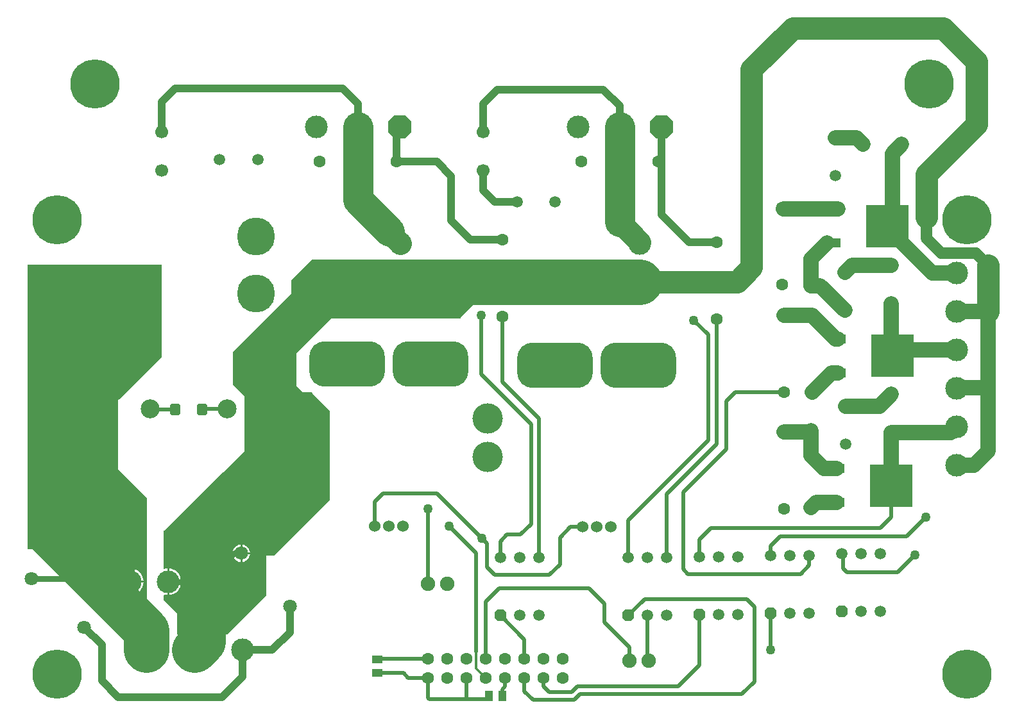
<source format=gbl>
%FSLAX24Y24*%
%MOIN*%
G70*
G01*
G75*
G04 Layer_Physical_Order=2*
G04 Layer_Color=16711680*
%ADD10R,0.0413X0.0551*%
%ADD11C,0.0591*%
%ADD12C,0.1969*%
%ADD13C,0.0394*%
%ADD14C,0.0197*%
%ADD15C,0.0118*%
%ADD16C,0.2362*%
%ADD17C,0.1575*%
%ADD18C,0.0787*%
%ADD19C,0.1181*%
%ADD20C,0.0100*%
%ADD21C,0.2559*%
%ADD22C,0.0591*%
%ADD23C,0.1181*%
%ADD24C,0.0748*%
%ADD25C,0.0630*%
%ADD26C,0.1575*%
%ADD27C,0.0669*%
G04:AMPARAMS|DCode=28|XSize=59.1mil|YSize=59.1mil|CornerRadius=0mil|HoleSize=0mil|Usage=FLASHONLY|Rotation=90.000|XOffset=0mil|YOffset=0mil|HoleType=Round|Shape=Octagon|*
%AMOCTAGOND28*
4,1,8,0.0148,0.0295,-0.0148,0.0295,-0.0295,0.0148,-0.0295,-0.0148,-0.0148,-0.0295,0.0148,-0.0295,0.0295,-0.0148,0.0295,0.0148,0.0148,0.0295,0.0*
%
%ADD28OCTAGOND28*%

G04:AMPARAMS|DCode=29|XSize=118.1mil|YSize=118.1mil|CornerRadius=0mil|HoleSize=0mil|Usage=FLASHONLY|Rotation=0.000|XOffset=0mil|YOffset=0mil|HoleType=Round|Shape=Octagon|*
%AMOCTAGOND29*
4,1,8,0.0591,-0.0295,0.0591,0.0295,0.0295,0.0591,-0.0295,0.0591,-0.0591,0.0295,-0.0591,-0.0295,-0.0295,-0.0591,0.0295,-0.0591,0.0591,-0.0295,0.0*
%
%ADD29OCTAGOND29*%

%ADD30C,0.0709*%
%ADD31C,0.1969*%
%ADD32C,0.0984*%
%ADD33C,0.0600*%
G04:AMPARAMS|DCode=34|XSize=393.7mil|YSize=236.2mil|CornerRadius=82.7mil|HoleSize=0mil|Usage=FLASHONLY|Rotation=0.000|XOffset=0mil|YOffset=0mil|HoleType=Round|Shape=RoundedRectangle|*
%AMROUNDEDRECTD34*
21,1,0.3937,0.0709,0,0,0.0*
21,1,0.2283,0.2362,0,0,0.0*
1,1,0.1654,0.1142,-0.0354*
1,1,0.1654,-0.1142,-0.0354*
1,1,0.1654,-0.1142,0.0354*
1,1,0.1654,0.1142,0.0354*
%
%ADD34ROUNDEDRECTD34*%
%ADD35C,0.0500*%
%ADD36R,0.0551X0.0413*%
G04:AMPARAMS|DCode=37|XSize=55mil|YSize=60mil|CornerRadius=13.8mil|HoleSize=0mil|Usage=FLASHONLY|Rotation=180.000|XOffset=0mil|YOffset=0mil|HoleType=Round|Shape=RoundedRectangle|*
%AMROUNDEDRECTD37*
21,1,0.0550,0.0325,0,0,180.0*
21,1,0.0275,0.0600,0,0,180.0*
1,1,0.0275,-0.0138,0.0163*
1,1,0.0275,0.0138,0.0163*
1,1,0.0275,0.0138,-0.0163*
1,1,0.0275,-0.0138,-0.0163*
%
%ADD37ROUNDEDRECTD37*%
%ADD38R,0.0787X0.0472*%
%ADD39R,0.2205X0.2205*%
%ADD40C,0.0295*%
G36*
X35400Y29050D02*
X34750Y28400D01*
Y28350D01*
X27950D01*
X27900Y28300D01*
X26200Y26600D01*
Y24850D01*
X26300Y24750D01*
X26550Y24500D01*
X27000D01*
X27050Y24450D01*
X27950Y23550D01*
Y18900D01*
X25050Y16000D01*
X24650D01*
Y13950D01*
X24100Y13400D01*
X22600Y11900D01*
X20000D01*
Y13000D01*
X19300Y13700D01*
Y13957D01*
X19340Y13987D01*
X19399Y13969D01*
X19484Y13961D01*
Y14650D01*
Y15339D01*
X19399Y15331D01*
X19340Y15313D01*
X19300Y15343D01*
Y17300D01*
X19350D01*
X22400Y20350D01*
X23500Y21450D01*
Y22500D01*
Y24300D01*
X22900Y24900D01*
Y25150D01*
Y26600D01*
X23050Y26750D01*
X25950Y29650D01*
Y29750D01*
Y30350D01*
X26000Y30400D01*
X27000Y31400D01*
X35400D01*
Y29050D01*
D02*
G37*
G36*
X12300Y31150D02*
X19200D01*
Y26350D01*
X17000Y24150D01*
X16950Y24100D01*
Y22500D01*
Y20500D01*
X18450Y19000D01*
Y13800D01*
Y13500D01*
X16900Y11950D01*
X12500Y16350D01*
X12250D01*
Y31135D01*
X12296Y31154D01*
X12300Y31150D01*
D02*
G37*
%LPC*%
G36*
X15037Y19450D02*
X14635D01*
X14644Y19381D01*
X14690Y19271D01*
X14763Y19176D01*
X14857Y19103D01*
X14968Y19057D01*
X15037Y19048D01*
Y19450D01*
D02*
G37*
G36*
X15538D02*
X15137D01*
Y19048D01*
X15205Y19057D01*
X15316Y19103D01*
X15411Y19176D01*
X15483Y19271D01*
X15529Y19381D01*
X15538Y19450D01*
D02*
G37*
G36*
X23286Y16580D02*
X23217Y16571D01*
X23107Y16525D01*
X23012Y16452D01*
X22939Y16357D01*
X22893Y16247D01*
X22884Y16178D01*
X23286D01*
Y16580D01*
D02*
G37*
G36*
X23386D02*
Y16178D01*
X23787D01*
X23778Y16247D01*
X23733Y16357D01*
X23660Y16452D01*
X23565Y16525D01*
X23454Y16571D01*
X23386Y16580D01*
D02*
G37*
G36*
X15037Y19952D02*
X14968Y19943D01*
X14857Y19897D01*
X14763Y19824D01*
X14690Y19729D01*
X14644Y19619D01*
X14635Y19550D01*
X15037D01*
Y19952D01*
D02*
G37*
G36*
X15137D02*
Y19550D01*
X15538D01*
X15529Y19619D01*
X15483Y19729D01*
X15411Y19824D01*
X15316Y19897D01*
X15205Y19943D01*
X15137Y19952D01*
D02*
G37*
G36*
X25863Y19450D02*
X25462D01*
X25471Y19381D01*
X25517Y19271D01*
X25589Y19176D01*
X25684Y19103D01*
X25795Y19057D01*
X25863Y19048D01*
Y19450D01*
D02*
G37*
G36*
X26365D02*
X25963D01*
Y19048D01*
X26032Y19057D01*
X26143Y19103D01*
X26237Y19176D01*
X26310Y19271D01*
X26356Y19381D01*
X26365Y19450D01*
D02*
G37*
G36*
X20223Y14600D02*
X19584D01*
Y13961D01*
X19670Y13969D01*
X19800Y14009D01*
X19920Y14073D01*
X20025Y14159D01*
X20111Y14264D01*
X20175Y14384D01*
X20215Y14515D01*
X20223Y14600D01*
D02*
G37*
G36*
X17516Y15339D02*
X17430Y15331D01*
X17300Y15291D01*
X17180Y15227D01*
X17075Y15141D01*
X16989Y15036D01*
X16925Y14916D01*
X16885Y14785D01*
X16877Y14700D01*
X17516D01*
Y15339D01*
D02*
G37*
G36*
Y14600D02*
X16877D01*
X16885Y14515D01*
X16925Y14384D01*
X16989Y14264D01*
X17075Y14159D01*
X17180Y14073D01*
X17300Y14009D01*
X17430Y13969D01*
X17516Y13961D01*
Y14600D01*
D02*
G37*
G36*
X18255D02*
X17616D01*
Y13961D01*
X17701Y13969D01*
X17831Y14009D01*
X17951Y14073D01*
X18056Y14159D01*
X18143Y14264D01*
X18207Y14384D01*
X18246Y14515D01*
X18255Y14600D01*
D02*
G37*
G36*
X23286Y16078D02*
X22884D01*
X22893Y16009D01*
X22939Y15899D01*
X23012Y15804D01*
X23107Y15731D01*
X23217Y15685D01*
X23286Y15676D01*
Y16078D01*
D02*
G37*
G36*
X23787D02*
X23386D01*
Y15676D01*
X23454Y15685D01*
X23565Y15731D01*
X23660Y15804D01*
X23733Y15899D01*
X23778Y16009D01*
X23787Y16078D01*
D02*
G37*
G36*
X17616Y15339D02*
Y14700D01*
X18255D01*
X18246Y14785D01*
X18207Y14916D01*
X18143Y15036D01*
X18056Y15141D01*
X17951Y15227D01*
X17831Y15291D01*
X17701Y15331D01*
X17616Y15339D01*
D02*
G37*
G36*
X19584D02*
Y14700D01*
X20223D01*
X20215Y14785D01*
X20175Y14916D01*
X20111Y15036D01*
X20025Y15141D01*
X19920Y15227D01*
X19800Y15291D01*
X19670Y15331D01*
X19584Y15339D01*
D02*
G37*
G36*
X18180Y29293D02*
X17146D01*
Y28259D01*
X17266Y28269D01*
X17432Y28309D01*
X17590Y28374D01*
X17735Y28463D01*
X17865Y28574D01*
X17976Y28704D01*
X18065Y28849D01*
X18130Y29007D01*
X18170Y29173D01*
X18180Y29293D01*
D02*
G37*
G36*
X17046Y30427D02*
X16926Y30417D01*
X16760Y30377D01*
X16602Y30312D01*
X16457Y30223D01*
X16327Y30112D01*
X16216Y29982D01*
X16127Y29837D01*
X16062Y29679D01*
X16022Y29513D01*
X16012Y29393D01*
X17046D01*
Y30427D01*
D02*
G37*
G36*
X13650Y27237D02*
Y26400D01*
X14487D01*
X14475Y26524D01*
X14424Y26691D01*
X14341Y26845D01*
X14231Y26981D01*
X14095Y27091D01*
X13941Y27174D01*
X13774Y27225D01*
X13650Y27237D01*
D02*
G37*
G36*
X17046Y29293D02*
X16012D01*
X16022Y29173D01*
X16062Y29007D01*
X16127Y28849D01*
X16216Y28704D01*
X16327Y28574D01*
X16457Y28463D01*
X16602Y28374D01*
X16760Y28309D01*
X16926Y28269D01*
X17046Y28259D01*
Y29293D01*
D02*
G37*
G36*
X17146Y30427D02*
Y29393D01*
X18180D01*
X18170Y29513D01*
X18130Y29679D01*
X18065Y29837D01*
X17976Y29982D01*
X17865Y30112D01*
X17735Y30223D01*
X17590Y30312D01*
X17432Y30377D01*
X17266Y30417D01*
X17146Y30427D01*
D02*
G37*
G36*
X31550Y30939D02*
X31465Y30931D01*
X31334Y30891D01*
X31214Y30827D01*
X31109Y30741D01*
X31023Y30635D01*
X30959Y30516D01*
X30919Y30385D01*
X30911Y30300D01*
X31550D01*
Y30939D01*
D02*
G37*
G36*
X31650D02*
Y30300D01*
X32289D01*
X32281Y30385D01*
X32241Y30516D01*
X32177Y30635D01*
X32091Y30741D01*
X31986Y30827D01*
X31866Y30891D01*
X31735Y30931D01*
X31650Y30939D01*
D02*
G37*
G36*
X31550Y30200D02*
X30911D01*
X30919Y30115D01*
X30959Y29984D01*
X31023Y29864D01*
X31109Y29759D01*
X31214Y29673D01*
X31334Y29609D01*
X31465Y29569D01*
X31550Y29561D01*
Y30200D01*
D02*
G37*
G36*
X32289D02*
X31650D01*
Y29561D01*
X31735Y29569D01*
X31866Y29609D01*
X31986Y29673D01*
X32091Y29759D01*
X32177Y29864D01*
X32241Y29984D01*
X32281Y30115D01*
X32289Y30200D01*
D02*
G37*
G36*
X13550Y24300D02*
X12713D01*
X12725Y24176D01*
X12776Y24009D01*
X12859Y23855D01*
X12969Y23719D01*
X13105Y23609D01*
X13259Y23526D01*
X13426Y23475D01*
X13550Y23463D01*
Y24300D01*
D02*
G37*
G36*
X14487D02*
X13650D01*
Y23463D01*
X13774Y23475D01*
X13941Y23526D01*
X14095Y23609D01*
X14231Y23719D01*
X14341Y23855D01*
X14424Y24009D01*
X14475Y24176D01*
X14487Y24300D01*
D02*
G37*
G36*
X25863Y19952D02*
X25795Y19943D01*
X25684Y19897D01*
X25589Y19824D01*
X25517Y19729D01*
X25471Y19619D01*
X25462Y19550D01*
X25863D01*
Y19952D01*
D02*
G37*
G36*
X25963D02*
Y19550D01*
X26365D01*
X26356Y19619D01*
X26310Y19729D01*
X26237Y19824D01*
X26143Y19897D01*
X26032Y19943D01*
X25963Y19952D01*
D02*
G37*
G36*
X13550Y25237D02*
X13426Y25225D01*
X13259Y25174D01*
X13105Y25091D01*
X12969Y24981D01*
X12859Y24845D01*
X12776Y24691D01*
X12725Y24524D01*
X12713Y24400D01*
X13550D01*
Y25237D01*
D02*
G37*
G36*
X14487Y26300D02*
X13650D01*
Y25463D01*
X13774Y25475D01*
X13941Y25526D01*
X14095Y25609D01*
X14231Y25719D01*
X14341Y25855D01*
X14424Y26009D01*
X14475Y26176D01*
X14487Y26300D01*
D02*
G37*
G36*
X13550Y27237D02*
X13426Y27225D01*
X13259Y27174D01*
X13105Y27091D01*
X12969Y26981D01*
X12859Y26845D01*
X12776Y26691D01*
X12725Y26524D01*
X12713Y26400D01*
X13550D01*
Y27237D01*
D02*
G37*
G36*
X13650Y25237D02*
Y24400D01*
X14487D01*
X14475Y24524D01*
X14424Y24691D01*
X14341Y24845D01*
X14231Y24981D01*
X14095Y25091D01*
X13941Y25174D01*
X13774Y25225D01*
X13650Y25237D01*
D02*
G37*
G36*
X13550Y26300D02*
X12713D01*
X12725Y26176D01*
X12776Y26009D01*
X12859Y25855D01*
X12969Y25719D01*
X13105Y25609D01*
X13259Y25526D01*
X13426Y25475D01*
X13550Y25463D01*
Y26300D01*
D02*
G37*
%LPD*%
D10*
X36904Y8700D02*
D03*
X36196D02*
D03*
D11*
X59700Y31750D02*
X61500D01*
X58950Y32500D02*
X59700Y31750D01*
X58950Y32500D02*
Y33600D01*
X61500Y31750D02*
X62150Y31100D01*
D13*
X15178Y12286D02*
X16100Y11364D01*
Y9500D02*
Y11364D01*
Y9500D02*
X16950Y8650D01*
X22350D01*
X23400Y9700D01*
Y11100D01*
X24950D01*
X25864Y12014D01*
Y13372D01*
X19200Y38050D02*
Y39600D01*
X19900Y40300D01*
X28600D01*
X29400Y39500D01*
Y38300D02*
Y39500D01*
X35900Y38050D02*
Y39500D01*
X36650Y40250D01*
X42150D01*
X43000Y39400D01*
Y38300D02*
Y39400D01*
X35900Y35000D02*
Y36050D01*
Y35000D02*
X36500Y34400D01*
X37666D01*
X45165Y33735D02*
X46600Y32300D01*
X45165Y33735D02*
Y38300D01*
X46600Y32300D02*
X48050D01*
X35250Y32450D02*
X36900D01*
X34250Y33450D02*
X35250Y32450D01*
X34250Y33450D02*
Y35750D01*
X33500Y36500D02*
X34250Y35750D01*
X31400Y36500D02*
X33500D01*
X31400D02*
Y38135D01*
D14*
X35850Y16900D02*
X36100Y16650D01*
X33500Y19250D02*
X35850Y16900D01*
X36100Y15400D02*
Y16650D01*
Y15400D02*
X36500Y15000D01*
X30252Y17550D02*
Y18802D01*
X30700Y19250D01*
X33500D01*
X36500Y15000D02*
X39350D01*
X39900Y15550D01*
Y16950D01*
X40450Y17500D01*
X41052D01*
X30400Y10604D02*
X30446Y10650D01*
X33050D01*
X32000Y9650D02*
X33050D01*
X31754Y9896D02*
X32000Y9650D01*
X30400Y9896D02*
X31754D01*
X33100Y8550D02*
X35050D01*
X33050Y8600D02*
X33100Y8550D01*
X33050Y8600D02*
Y9650D01*
X35050Y8550D02*
Y9650D01*
Y8550D02*
X35050Y8550D01*
X36196D01*
X36904D02*
Y9054D01*
X37050Y9200D01*
Y9650D01*
X35550Y11000D02*
Y16150D01*
X34150Y17550D02*
X35550Y16150D01*
X21350Y23650D02*
X22608D01*
X21300Y23600D02*
X21350Y23650D01*
X18642Y23600D02*
X19900D01*
X18592Y23650D02*
X18642Y23600D01*
X48050Y21800D02*
Y28300D01*
X45450Y19200D02*
X48050Y21800D01*
X45450Y15900D02*
Y19200D01*
X36900Y25050D02*
Y28450D01*
Y25050D02*
X38800Y23150D01*
Y15900D02*
Y23150D01*
X35800Y25450D02*
Y28500D01*
Y25450D02*
X38400Y22850D01*
Y17650D02*
Y22850D01*
X37850Y17100D02*
X38400Y17650D01*
X37150Y17100D02*
X37850D01*
X36800Y16750D02*
X37150Y17100D01*
X36800Y15900D02*
Y16750D01*
X47150Y15950D02*
Y16850D01*
X47750Y17450D01*
X56550D01*
X57113Y18013D01*
Y19650D01*
X49000Y24500D02*
X51550D01*
X46300Y15300D02*
X46550Y15050D01*
X52400D01*
X52850Y15500D01*
Y16000D01*
X50850D02*
Y16500D01*
X51350Y17000D01*
X57900D01*
X58900Y18000D01*
X54550Y16100D02*
X54600Y16050D01*
Y15350D02*
Y16050D01*
Y15350D02*
X54800Y15150D01*
X57450D01*
X58350Y16050D01*
X33050Y14551D02*
Y18450D01*
X36800Y12900D02*
X38050Y11650D01*
Y10650D02*
Y11650D01*
X43500Y10551D02*
X43501D01*
X42200Y12550D02*
X43501Y11249D01*
X42200Y12550D02*
Y13500D01*
X41400Y14300D02*
X42200Y13500D01*
X36750Y14300D02*
X41400D01*
X36050Y13600D02*
X36750Y14300D01*
X36050Y10650D02*
Y13600D01*
X43501Y10551D02*
Y11249D01*
X44450Y10599D02*
Y12900D01*
Y10599D02*
X44500Y10549D01*
X50850Y11100D02*
Y13000D01*
X47150Y10300D02*
Y12950D01*
X46050Y9200D02*
X47150Y10300D01*
X40800Y9200D02*
X46050D01*
X40500Y8900D02*
X40800Y9200D01*
X39350Y8900D02*
X40500D01*
X39050Y9200D02*
X39350Y8900D01*
X39050Y9200D02*
Y9650D01*
X43450Y12900D02*
X44300Y13750D01*
X49600D01*
X50000Y13350D01*
Y9450D02*
Y13350D01*
X49350Y8800D02*
X50000Y9450D01*
X40950Y8800D02*
X49350D01*
X40650Y8500D02*
X40950Y8800D01*
X38500Y8500D02*
X40650D01*
X38050Y8950D02*
X38500Y8500D01*
X38050Y8950D02*
Y9650D01*
X43450Y15900D02*
Y17850D01*
X46300Y15300D02*
Y19300D01*
X43450Y17850D02*
X47600Y22000D01*
Y27500D01*
X46850Y28250D02*
X47600Y27500D01*
X46300Y19300D02*
X48550Y21550D01*
Y24050D01*
X49000Y24500D01*
D15*
X35550Y10150D02*
X36050Y9650D01*
X35550Y10150D02*
Y11000D01*
D16*
X24700Y20713D02*
X25913Y19500D01*
X24700Y26750D02*
X28200Y30250D01*
X24700Y20713D02*
Y26750D01*
X28200Y30250D02*
X31600D01*
X16593Y29343D02*
X17096D01*
X13600Y26350D02*
X16593Y29343D01*
X13600Y20987D02*
X15087Y19500D01*
X16600Y17987D01*
X18400Y11100D02*
Y12100D01*
X13600Y20987D02*
Y24350D01*
Y26350D01*
X16600Y13900D02*
Y14814D01*
Y17987D01*
Y13900D02*
X18400Y12100D01*
X20900Y11100D02*
X21350Y11550D01*
Y17600D02*
X23250Y19500D01*
X25913D01*
X21350Y11550D02*
Y14650D01*
Y17600D01*
X31600Y30250D02*
X44050D01*
D17*
X29400Y34518D02*
X31050Y32868D01*
X29400Y34518D02*
Y38300D01*
X43000Y33368D02*
Y38300D01*
D18*
X57463Y26700D02*
X60500D01*
X60200Y22400D02*
X60500Y22700D01*
X57100Y22400D02*
X60200D01*
X57100D02*
X57113Y22387D01*
Y19650D02*
Y22387D01*
X60500Y20700D02*
X61400D01*
X62150Y24800D02*
Y28700D01*
X60500D02*
X62150D01*
X61400Y20700D02*
X62150Y21450D01*
Y24750D01*
X60550D02*
X62150D01*
X57163Y33150D02*
Y36913D01*
X52950Y31450D02*
X53764Y32264D01*
X51514Y34036D02*
X54328D01*
X54214Y27286D02*
X54328D01*
X53000Y28500D02*
X54214Y27286D01*
X51550Y28500D02*
X53000D01*
X53614Y20536D02*
X54278D01*
X52950Y21200D02*
X53614Y20536D01*
X52950Y21200D02*
Y22500D01*
X52900Y22450D02*
X52950Y22500D01*
X51550Y22450D02*
X52900D01*
X53214Y18764D02*
X54278D01*
X52950Y18500D02*
X53214Y18764D01*
X54014Y25514D02*
X54328D01*
X53000Y24500D02*
X54014Y25514D01*
X55066Y31100D02*
X57100D01*
X54700Y30734D02*
X55066Y31100D01*
X56484Y23784D02*
X57100Y24400D01*
X54750Y23784D02*
X56484D01*
X52950Y30050D02*
Y31450D01*
X59250Y30700D02*
X60500D01*
X57163Y32787D02*
X59250Y30700D01*
X57163Y36913D02*
X57650Y37400D01*
X55316Y37734D02*
X55650Y37400D01*
X54200Y37734D02*
X55316D01*
X53416Y30050D02*
X54700Y28766D01*
X52950Y30050D02*
X53416D01*
X57100Y26463D02*
Y29100D01*
D19*
X58950Y33600D02*
Y35850D01*
X31050Y32800D02*
X31600Y32250D01*
X43000Y33368D02*
X44050Y32318D01*
Y30250D02*
X49100D01*
X49850Y31000D01*
X62150Y28700D02*
Y31100D01*
X49850Y31000D02*
Y41300D01*
X52000Y43450D01*
X58950Y35850D02*
X61550Y38450D01*
X52000Y43450D02*
X59800D01*
X61550Y41700D01*
Y38450D02*
Y41700D01*
D21*
X15748Y40551D02*
D03*
X59055D02*
D03*
X61024Y33465D02*
D03*
X13780D02*
D03*
Y9843D02*
D03*
X61024D02*
D03*
D22*
X54200Y35766D02*
D03*
Y37734D02*
D03*
X24184Y36600D02*
D03*
X22216D02*
D03*
X54700Y28766D02*
D03*
Y30734D02*
D03*
X54750Y21816D02*
D03*
Y23784D02*
D03*
X37800Y12900D02*
D03*
X38800D02*
D03*
Y15900D02*
D03*
X37800D02*
D03*
X36800D02*
D03*
X39634Y34400D02*
D03*
X37666D02*
D03*
X55550Y13100D02*
D03*
X56550D02*
D03*
Y16100D02*
D03*
X55550D02*
D03*
X54550D02*
D03*
X51850Y13000D02*
D03*
X52850D02*
D03*
Y16000D02*
D03*
X51850D02*
D03*
X50850D02*
D03*
X48150Y12950D02*
D03*
X49150D02*
D03*
Y15950D02*
D03*
X48150D02*
D03*
X47150D02*
D03*
X44450Y12900D02*
D03*
X45450D02*
D03*
Y15900D02*
D03*
X44450D02*
D03*
X43450D02*
D03*
D23*
X18400Y11100D02*
D03*
X20900D02*
D03*
X23400D02*
D03*
X44050Y32250D02*
D03*
Y30250D02*
D03*
X60500Y30700D02*
D03*
Y28700D02*
D03*
X31600Y32250D02*
D03*
Y30250D02*
D03*
X60500Y26700D02*
D03*
Y24700D02*
D03*
Y22700D02*
D03*
Y20700D02*
D03*
X19534Y14650D02*
D03*
X17566D02*
D03*
X29400Y38300D02*
D03*
X27235D02*
D03*
X43000D02*
D03*
X40835D02*
D03*
D24*
X33050Y14551D02*
D03*
X34050Y14549D02*
D03*
X44500Y10549D02*
D03*
X43500Y10551D02*
D03*
D25*
X38050Y9650D02*
D03*
Y10650D02*
D03*
X39050Y9650D02*
D03*
Y10650D02*
D03*
X40050D02*
D03*
Y9650D02*
D03*
X33050D02*
D03*
Y10650D02*
D03*
X34050Y9650D02*
D03*
Y10650D02*
D03*
X35050D02*
D03*
Y9650D02*
D03*
X36050Y10650D02*
D03*
Y9650D02*
D03*
X37050Y10650D02*
D03*
Y9650D02*
D03*
X48050Y32300D02*
D03*
Y28300D02*
D03*
X52950Y30050D02*
D03*
Y34050D02*
D03*
X51450Y34100D02*
D03*
Y30100D02*
D03*
X53000Y24500D02*
D03*
Y28500D02*
D03*
X51550D02*
D03*
Y24500D02*
D03*
X27400Y36500D02*
D03*
X31400D02*
D03*
X41000D02*
D03*
X45000D02*
D03*
X36900Y32450D02*
D03*
Y28450D02*
D03*
X51550Y22450D02*
D03*
Y18450D02*
D03*
X52950Y18500D02*
D03*
Y22500D02*
D03*
D26*
X36150Y21150D02*
D03*
Y23150D02*
D03*
X13600Y26350D02*
D03*
Y24350D02*
D03*
D27*
X35900Y36050D02*
D03*
Y38050D02*
D03*
X55650Y37400D02*
D03*
X57650D02*
D03*
X19200Y36050D02*
D03*
Y38050D02*
D03*
X57100Y31100D02*
D03*
Y29100D02*
D03*
Y24400D02*
D03*
Y22400D02*
D03*
D28*
X36800Y12900D02*
D03*
X54550Y13100D02*
D03*
X50850Y13000D02*
D03*
X47150Y12950D02*
D03*
X43450Y12900D02*
D03*
D29*
X31565Y38300D02*
D03*
X45165D02*
D03*
D30*
X15087Y19500D02*
D03*
X25913D02*
D03*
X15178Y12286D02*
D03*
X12422Y14814D02*
D03*
X25864Y13372D02*
D03*
X23336Y16128D02*
D03*
D31*
X24104Y32626D02*
D03*
X17096Y29343D02*
D03*
X24104Y29634D02*
D03*
D32*
X18592Y23650D02*
D03*
X22608D02*
D03*
D33*
X30252Y17550D02*
D03*
X31748D02*
D03*
X31000D02*
D03*
X41052Y17500D02*
D03*
X42548D02*
D03*
X41800D02*
D03*
D34*
X33165Y25975D02*
D03*
X28835D02*
D03*
X43965Y25925D02*
D03*
X39635D02*
D03*
D35*
X62150Y31100D02*
D03*
X58950Y33600D02*
D03*
X35850Y16900D02*
D03*
X34150Y17550D02*
D03*
X46850Y28250D02*
D03*
X35800Y28500D02*
D03*
X58900Y18000D02*
D03*
X58350Y16050D02*
D03*
X33050Y18450D02*
D03*
X50850Y11100D02*
D03*
D36*
X30400Y10604D02*
D03*
Y9896D02*
D03*
D37*
X19900Y23600D02*
D03*
X21300D02*
D03*
D38*
X54078Y34036D02*
D03*
Y32264D02*
D03*
X54328Y27286D02*
D03*
Y25514D02*
D03*
X54278Y20536D02*
D03*
Y18764D02*
D03*
D39*
X56913Y33150D02*
D03*
X57163Y26400D02*
D03*
X57113Y19650D02*
D03*
D40*
X22978Y16128D02*
X23336D01*
X21500Y14650D02*
X22978Y16128D01*
X12422Y14814D02*
X16600D01*
X17401D01*
X19534Y14650D02*
X21350D01*
X21500D01*
M02*

</source>
